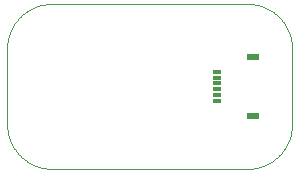
<source format=gtp>
G04 EAGLE Gerber RS-274X export*
G75*
%MOMM*%
%FSLAX35Y35*%
%LPD*%
%INsolder_paste_top*%
%IPPOS*%
%AMOC8*
5,1,8,0,0,1.08239X$1,22.5*%
G01*
%ADD10C,0.000000*%
%ADD11R,0.700000X0.300000*%
%ADD12R,1.000000X0.600000*%


D10*
X0Y1016000D02*
X0Y381000D01*
X0Y1016000D02*
X111Y1025206D01*
X445Y1034407D01*
X1001Y1043598D01*
X1779Y1052772D01*
X2778Y1061924D01*
X3998Y1071050D01*
X5438Y1080144D01*
X7098Y1089200D01*
X8976Y1098214D01*
X11071Y1107179D01*
X13382Y1116092D01*
X15908Y1124945D01*
X18647Y1133735D01*
X21598Y1142457D01*
X24759Y1151104D01*
X28127Y1159673D01*
X31702Y1168158D01*
X35481Y1176554D01*
X39461Y1184856D01*
X43641Y1193060D01*
X48018Y1201160D01*
X52590Y1209152D01*
X57353Y1217031D01*
X62305Y1224793D01*
X67443Y1232433D01*
X72765Y1239946D01*
X78266Y1247329D01*
X83944Y1254577D01*
X89796Y1261685D01*
X95817Y1268650D01*
X102006Y1275467D01*
X108357Y1282133D01*
X114867Y1288643D01*
X121533Y1294994D01*
X128350Y1301183D01*
X135315Y1307204D01*
X142423Y1313056D01*
X149671Y1318734D01*
X157054Y1324235D01*
X164567Y1329557D01*
X172207Y1334695D01*
X179969Y1339647D01*
X187848Y1344410D01*
X195840Y1348982D01*
X203940Y1353359D01*
X212144Y1357539D01*
X220446Y1361519D01*
X228842Y1365298D01*
X237327Y1368873D01*
X245896Y1372241D01*
X254543Y1375402D01*
X263265Y1378353D01*
X272055Y1381092D01*
X280908Y1383618D01*
X289821Y1385929D01*
X298786Y1388024D01*
X307800Y1389902D01*
X316856Y1391562D01*
X325950Y1393002D01*
X335076Y1394222D01*
X344228Y1395221D01*
X353402Y1395999D01*
X362593Y1396555D01*
X371794Y1396889D01*
X381000Y1397000D01*
X0Y381000D02*
X111Y371794D01*
X445Y362593D01*
X1001Y353402D01*
X1779Y344228D01*
X2778Y335076D01*
X3998Y325950D01*
X5438Y316856D01*
X7098Y307800D01*
X8976Y298786D01*
X11071Y289821D01*
X13382Y280908D01*
X15908Y272055D01*
X18647Y263265D01*
X21598Y254543D01*
X24759Y245896D01*
X28127Y237327D01*
X31702Y228842D01*
X35481Y220446D01*
X39461Y212144D01*
X43641Y203940D01*
X48018Y195840D01*
X52590Y187848D01*
X57353Y179969D01*
X62305Y172207D01*
X67443Y164567D01*
X72765Y157054D01*
X78266Y149671D01*
X83944Y142423D01*
X89796Y135315D01*
X95817Y128350D01*
X102006Y121533D01*
X108357Y114867D01*
X114867Y108357D01*
X121533Y102006D01*
X128350Y95817D01*
X135315Y89796D01*
X142423Y83944D01*
X149671Y78266D01*
X157054Y72765D01*
X164567Y67443D01*
X172207Y62305D01*
X179969Y57353D01*
X187848Y52590D01*
X195840Y48018D01*
X203940Y43641D01*
X212144Y39461D01*
X220446Y35481D01*
X228842Y31702D01*
X237327Y28127D01*
X245896Y24759D01*
X254543Y21598D01*
X263265Y18647D01*
X272055Y15908D01*
X280908Y13382D01*
X289821Y11071D01*
X298786Y8976D01*
X307800Y7098D01*
X316856Y5438D01*
X325950Y3998D01*
X335076Y2778D01*
X344228Y1779D01*
X353402Y1001D01*
X362593Y445D01*
X371794Y111D01*
X381000Y0D01*
X2413000Y381000D02*
X2413000Y1016000D01*
X2413000Y381000D02*
X2412889Y371794D01*
X2412555Y362593D01*
X2411999Y353402D01*
X2411221Y344228D01*
X2410222Y335076D01*
X2409002Y325950D01*
X2407562Y316856D01*
X2405902Y307800D01*
X2404024Y298786D01*
X2401929Y289821D01*
X2399618Y280908D01*
X2397092Y272055D01*
X2394353Y263265D01*
X2391402Y254543D01*
X2388241Y245896D01*
X2384873Y237327D01*
X2381298Y228842D01*
X2377519Y220446D01*
X2373539Y212144D01*
X2369359Y203940D01*
X2364982Y195840D01*
X2360410Y187848D01*
X2355647Y179969D01*
X2350695Y172207D01*
X2345557Y164567D01*
X2340235Y157054D01*
X2334734Y149671D01*
X2329056Y142423D01*
X2323204Y135315D01*
X2317183Y128350D01*
X2310994Y121533D01*
X2304643Y114867D01*
X2298133Y108357D01*
X2291467Y102006D01*
X2284650Y95817D01*
X2277685Y89796D01*
X2270577Y83944D01*
X2263329Y78266D01*
X2255946Y72765D01*
X2248433Y67443D01*
X2240793Y62305D01*
X2233031Y57353D01*
X2225152Y52590D01*
X2217160Y48018D01*
X2209060Y43641D01*
X2200856Y39461D01*
X2192554Y35481D01*
X2184158Y31702D01*
X2175673Y28127D01*
X2167104Y24759D01*
X2158457Y21598D01*
X2149735Y18647D01*
X2140945Y15908D01*
X2132092Y13382D01*
X2123179Y11071D01*
X2114214Y8976D01*
X2105200Y7098D01*
X2096144Y5438D01*
X2087050Y3998D01*
X2077924Y2778D01*
X2068772Y1779D01*
X2059598Y1001D01*
X2050407Y445D01*
X2041206Y111D01*
X2032000Y0D01*
X2413000Y1016000D02*
X2412889Y1025206D01*
X2412555Y1034407D01*
X2411999Y1043598D01*
X2411221Y1052772D01*
X2410222Y1061924D01*
X2409002Y1071050D01*
X2407562Y1080144D01*
X2405902Y1089200D01*
X2404024Y1098214D01*
X2401929Y1107179D01*
X2399618Y1116092D01*
X2397092Y1124945D01*
X2394353Y1133735D01*
X2391402Y1142457D01*
X2388241Y1151104D01*
X2384873Y1159673D01*
X2381298Y1168158D01*
X2377519Y1176554D01*
X2373539Y1184856D01*
X2369359Y1193060D01*
X2364982Y1201160D01*
X2360410Y1209152D01*
X2355647Y1217031D01*
X2350695Y1224793D01*
X2345557Y1232433D01*
X2340235Y1239946D01*
X2334734Y1247329D01*
X2329056Y1254577D01*
X2323204Y1261685D01*
X2317183Y1268650D01*
X2310994Y1275467D01*
X2304643Y1282133D01*
X2298133Y1288643D01*
X2291467Y1294994D01*
X2284650Y1301183D01*
X2277685Y1307204D01*
X2270577Y1313056D01*
X2263329Y1318734D01*
X2255946Y1324235D01*
X2248433Y1329557D01*
X2240793Y1334695D01*
X2233031Y1339647D01*
X2225152Y1344410D01*
X2217160Y1348982D01*
X2209060Y1353359D01*
X2200856Y1357539D01*
X2192554Y1361519D01*
X2184158Y1365298D01*
X2175673Y1368873D01*
X2167104Y1372241D01*
X2158457Y1375402D01*
X2149735Y1378353D01*
X2140945Y1381092D01*
X2132092Y1383618D01*
X2123179Y1385929D01*
X2114214Y1388024D01*
X2105200Y1389902D01*
X2096144Y1391562D01*
X2087050Y1393002D01*
X2077924Y1394222D01*
X2068772Y1395221D01*
X2059598Y1395999D01*
X2050407Y1396555D01*
X2041206Y1396889D01*
X2032000Y1397000D01*
X381000Y1397000D01*
X381000Y0D02*
X2032000Y0D01*
D11*
X1778000Y723500D03*
X1778000Y673500D03*
X1778000Y623500D03*
X1778000Y773500D03*
X1778000Y823500D03*
X1778000Y573500D03*
D12*
X2078000Y448500D03*
X2078000Y948500D03*
M02*

</source>
